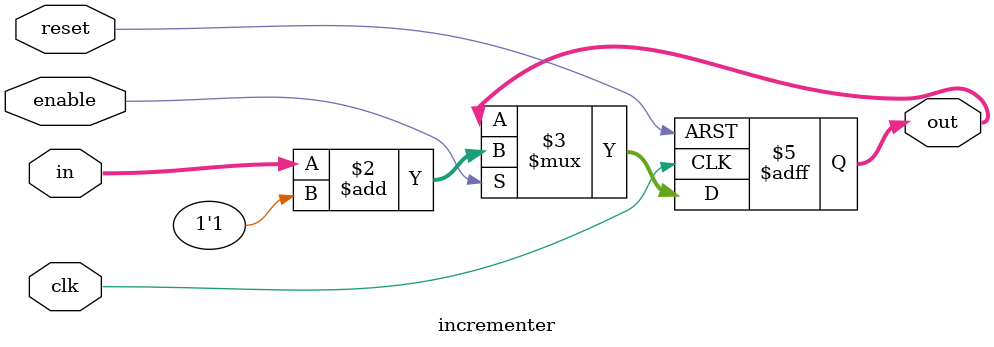
<source format=v>
module incrementer(
    input clk,           // Clock signal
    input reset,         // Reset signal
    input enable,        // Enable signal
    input [29:0] in,     // 30-bit input
    output reg [29:0] out // 30-bit output
);

always @(posedge clk or posedge reset) begin
    if (reset) begin
        out <= 30'd0;    // Reset output to 0
    end else if (enable) begin
        out <= in + 1'b1; // Increment input
    end
end

endmodule

</source>
